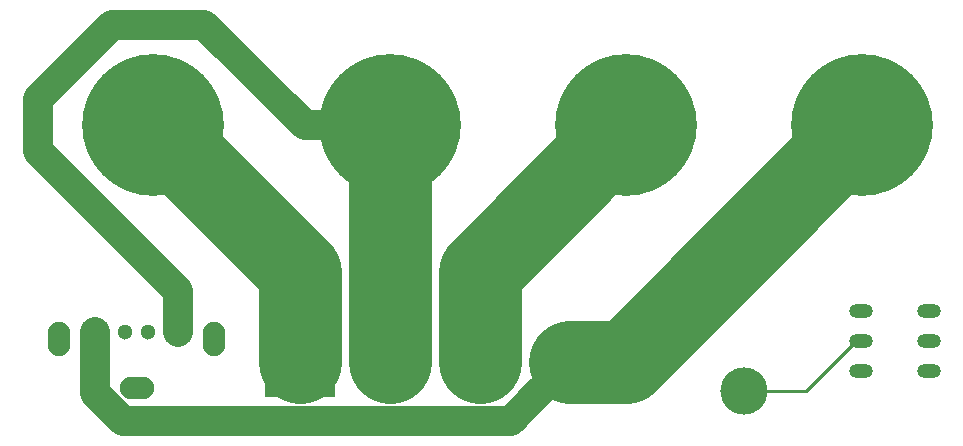
<source format=gbr>
G04 #@! TF.GenerationSoftware,KiCad,Pcbnew,5.1.5-52549c5~84~ubuntu18.04.1*
G04 #@! TF.CreationDate,2020-01-23T13:37:20+00:00*
G04 #@! TF.ProjectId,HW-lab-power,48572d6c-6162-42d7-906f-7765722e6b69,rev?*
G04 #@! TF.SameCoordinates,Original*
G04 #@! TF.FileFunction,Copper,L2,Bot*
G04 #@! TF.FilePolarity,Positive*
%FSLAX46Y46*%
G04 Gerber Fmt 4.6, Leading zero omitted, Abs format (unit mm)*
G04 Created by KiCad (PCBNEW 5.1.5-52549c5~84~ubuntu18.04.1) date 2020-01-23 13:37:20*
%MOMM*%
%LPD*%
G04 APERTURE LIST*
%ADD10C,12.000000*%
%ADD11O,2.000000X1.200000*%
%ADD12O,2.900000X1.900000*%
%ADD13O,1.900000X2.900000*%
%ADD14C,1.300000*%
%ADD15R,1.300000X1.300000*%
%ADD16C,4.000500*%
%ADD17C,5.999480*%
%ADD18R,5.999480X5.999480*%
%ADD19C,0.250000*%
%ADD20C,7.000000*%
%ADD21C,2.500000*%
G04 APERTURE END LIST*
D10*
X177500000Y-70000000D03*
X157500000Y-70000000D03*
X137500000Y-70000000D03*
X117500000Y-70000000D03*
D11*
X177375000Y-90790000D03*
X183125000Y-90790000D03*
X177375000Y-88250000D03*
X183125000Y-88250000D03*
X177375000Y-85710000D03*
X183125000Y-85710000D03*
D12*
X116070000Y-92280000D03*
D13*
X109500000Y-88100000D03*
X122640000Y-88100000D03*
D14*
X112570000Y-87500000D03*
X115070000Y-87500000D03*
X117070000Y-87500000D03*
D15*
X119570000Y-87500000D03*
D16*
X167500000Y-92500000D03*
D17*
X152740000Y-90000000D03*
X145120000Y-90000000D03*
X137500000Y-90000000D03*
D18*
X129880000Y-90000000D03*
D19*
X176975000Y-88250000D02*
X177375000Y-88250000D01*
X172725000Y-92500000D02*
X176975000Y-88250000D01*
X167500000Y-92500000D02*
X172725000Y-92500000D01*
D20*
X152740000Y-90000000D02*
X157500000Y-90000000D01*
X177500000Y-70000000D02*
X157500000Y-90000000D01*
D21*
X149740261Y-92999739D02*
X152740000Y-90000000D01*
X147740000Y-95000000D02*
X149740261Y-92999739D01*
X114895874Y-95000000D02*
X147740000Y-95000000D01*
X112570000Y-92674126D02*
X114895874Y-95000000D01*
X112570000Y-87500000D02*
X112570000Y-92674126D01*
D20*
X129880000Y-82380000D02*
X117500000Y-70000000D01*
X129880000Y-90000000D02*
X129880000Y-82380000D01*
X137500000Y-90000000D02*
X137500000Y-70000000D01*
D21*
X114000000Y-61500000D02*
X107699990Y-67800010D01*
X121815796Y-61500000D02*
X114000000Y-61500000D01*
X130315796Y-70000000D02*
X121815796Y-61500000D01*
X137500000Y-70000000D02*
X130315796Y-70000000D01*
X119570000Y-84350000D02*
X119570000Y-87500000D01*
X119570000Y-84055998D02*
X119570000Y-84350000D01*
X107699990Y-72185988D02*
X119570000Y-84055998D01*
X107699990Y-67800010D02*
X107699990Y-72185988D01*
D20*
X145120000Y-82380000D02*
X157500000Y-70000000D01*
X145120000Y-90000000D02*
X145120000Y-82380000D01*
M02*

</source>
